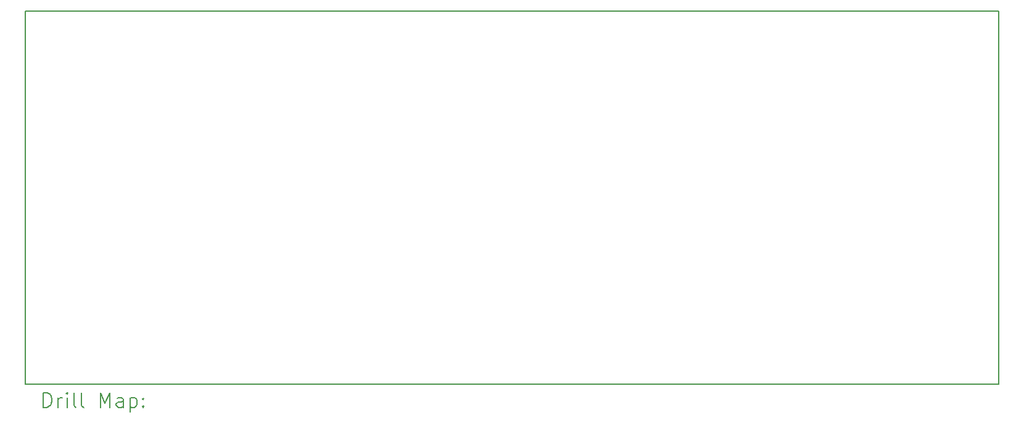
<source format=gbr>
%TF.GenerationSoftware,KiCad,Pcbnew,8.0.6-8.0.6-0~ubuntu24.04.1*%
%TF.CreationDate,2024-11-10T23:48:29-05:00*%
%TF.ProjectId,array,61727261-792e-46b6-9963-61645f706362,rev?*%
%TF.SameCoordinates,Original*%
%TF.FileFunction,Drillmap*%
%TF.FilePolarity,Positive*%
%FSLAX45Y45*%
G04 Gerber Fmt 4.5, Leading zero omitted, Abs format (unit mm)*
G04 Created by KiCad (PCBNEW 8.0.6-8.0.6-0~ubuntu24.04.1) date 2024-11-10 23:48:29*
%MOMM*%
%LPD*%
G01*
G04 APERTURE LIST*
%ADD10C,0.200000*%
G04 APERTURE END LIST*
D10*
X8469000Y-9955000D02*
X21834000Y-9955000D01*
X21834000Y-15077000D01*
X8469000Y-15077000D01*
X8469000Y-9955000D01*
X8719777Y-15398484D02*
X8719777Y-15198484D01*
X8719777Y-15198484D02*
X8767396Y-15198484D01*
X8767396Y-15198484D02*
X8795967Y-15208008D01*
X8795967Y-15208008D02*
X8815015Y-15227055D01*
X8815015Y-15227055D02*
X8824539Y-15246103D01*
X8824539Y-15246103D02*
X8834063Y-15284198D01*
X8834063Y-15284198D02*
X8834063Y-15312769D01*
X8834063Y-15312769D02*
X8824539Y-15350865D01*
X8824539Y-15350865D02*
X8815015Y-15369912D01*
X8815015Y-15369912D02*
X8795967Y-15388960D01*
X8795967Y-15388960D02*
X8767396Y-15398484D01*
X8767396Y-15398484D02*
X8719777Y-15398484D01*
X8919777Y-15398484D02*
X8919777Y-15265150D01*
X8919777Y-15303246D02*
X8929301Y-15284198D01*
X8929301Y-15284198D02*
X8938824Y-15274674D01*
X8938824Y-15274674D02*
X8957872Y-15265150D01*
X8957872Y-15265150D02*
X8976920Y-15265150D01*
X9043586Y-15398484D02*
X9043586Y-15265150D01*
X9043586Y-15198484D02*
X9034063Y-15208008D01*
X9034063Y-15208008D02*
X9043586Y-15217531D01*
X9043586Y-15217531D02*
X9053110Y-15208008D01*
X9053110Y-15208008D02*
X9043586Y-15198484D01*
X9043586Y-15198484D02*
X9043586Y-15217531D01*
X9167396Y-15398484D02*
X9148348Y-15388960D01*
X9148348Y-15388960D02*
X9138824Y-15369912D01*
X9138824Y-15369912D02*
X9138824Y-15198484D01*
X9272158Y-15398484D02*
X9253110Y-15388960D01*
X9253110Y-15388960D02*
X9243586Y-15369912D01*
X9243586Y-15369912D02*
X9243586Y-15198484D01*
X9500729Y-15398484D02*
X9500729Y-15198484D01*
X9500729Y-15198484D02*
X9567396Y-15341341D01*
X9567396Y-15341341D02*
X9634063Y-15198484D01*
X9634063Y-15198484D02*
X9634063Y-15398484D01*
X9815015Y-15398484D02*
X9815015Y-15293722D01*
X9815015Y-15293722D02*
X9805491Y-15274674D01*
X9805491Y-15274674D02*
X9786444Y-15265150D01*
X9786444Y-15265150D02*
X9748348Y-15265150D01*
X9748348Y-15265150D02*
X9729301Y-15274674D01*
X9815015Y-15388960D02*
X9795967Y-15398484D01*
X9795967Y-15398484D02*
X9748348Y-15398484D01*
X9748348Y-15398484D02*
X9729301Y-15388960D01*
X9729301Y-15388960D02*
X9719777Y-15369912D01*
X9719777Y-15369912D02*
X9719777Y-15350865D01*
X9719777Y-15350865D02*
X9729301Y-15331817D01*
X9729301Y-15331817D02*
X9748348Y-15322293D01*
X9748348Y-15322293D02*
X9795967Y-15322293D01*
X9795967Y-15322293D02*
X9815015Y-15312769D01*
X9910253Y-15265150D02*
X9910253Y-15465150D01*
X9910253Y-15274674D02*
X9929301Y-15265150D01*
X9929301Y-15265150D02*
X9967396Y-15265150D01*
X9967396Y-15265150D02*
X9986444Y-15274674D01*
X9986444Y-15274674D02*
X9995967Y-15284198D01*
X9995967Y-15284198D02*
X10005491Y-15303246D01*
X10005491Y-15303246D02*
X10005491Y-15360388D01*
X10005491Y-15360388D02*
X9995967Y-15379436D01*
X9995967Y-15379436D02*
X9986444Y-15388960D01*
X9986444Y-15388960D02*
X9967396Y-15398484D01*
X9967396Y-15398484D02*
X9929301Y-15398484D01*
X9929301Y-15398484D02*
X9910253Y-15388960D01*
X10091205Y-15379436D02*
X10100729Y-15388960D01*
X10100729Y-15388960D02*
X10091205Y-15398484D01*
X10091205Y-15398484D02*
X10081682Y-15388960D01*
X10081682Y-15388960D02*
X10091205Y-15379436D01*
X10091205Y-15379436D02*
X10091205Y-15398484D01*
X10091205Y-15274674D02*
X10100729Y-15284198D01*
X10100729Y-15284198D02*
X10091205Y-15293722D01*
X10091205Y-15293722D02*
X10081682Y-15284198D01*
X10081682Y-15284198D02*
X10091205Y-15274674D01*
X10091205Y-15274674D02*
X10091205Y-15293722D01*
M02*

</source>
